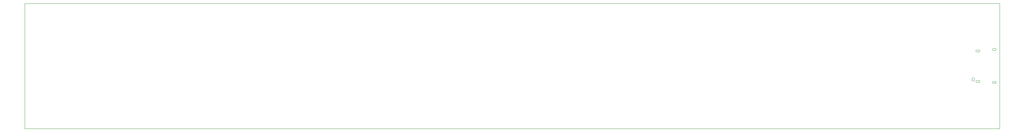
<source format=gbr>
G04 #@! TF.GenerationSoftware,KiCad,Pcbnew,(5.1.4-0-10_14)*
G04 #@! TF.CreationDate,2021-04-14T17:20:28-04:00*
G04 #@! TF.ProjectId,Vindor,56696e64-6f72-42e6-9b69-6361645f7063,rev?*
G04 #@! TF.SameCoordinates,Original*
G04 #@! TF.FileFunction,Profile,NP*
%FSLAX46Y46*%
G04 Gerber Fmt 4.6, Leading zero omitted, Abs format (unit mm)*
G04 Created by KiCad (PCBNEW (5.1.4-0-10_14)) date 2021-04-14 17:20:28*
%MOMM*%
%LPD*%
G04 APERTURE LIST*
%ADD10C,0.120000*%
%ADD11C,0.100000*%
G04 APERTURE END LIST*
D10*
X0Y0D02*
X0Y34000000D01*
X0Y34000000D02*
X264000000Y34000000D01*
X264000000Y0D02*
X264000000Y34000000D01*
X0Y0D02*
X264000000Y0D01*
D11*
X258115120Y21330000D02*
X257815120Y21330000D01*
X257815120Y21330000D02*
G75*
G03X257565120Y21080000I0J-250000D01*
G01*
X257565120Y21080000D02*
G75*
G03X257815120Y20830000I250000J0D01*
G01*
X257815120Y20830000D02*
X258115120Y20830000D01*
X258115120Y20830000D02*
X258415120Y20830000D01*
X258415120Y20830000D02*
G75*
G03X258665120Y21080000I0J250000D01*
G01*
X258665120Y21080000D02*
G75*
G03X258415120Y21330000I-250000J0D01*
G01*
X258415120Y21330000D02*
X258115120Y21330000D01*
X258115120Y13070000D02*
X257815120Y13070000D01*
X257815120Y13070000D02*
G75*
G03X257565120Y12820000I0J-250000D01*
G01*
X257565120Y12820000D02*
G75*
G03X257815120Y12570000I250000J0D01*
G01*
X257815120Y12570000D02*
X258115120Y12570000D01*
X258115120Y12570000D02*
X258415120Y12570000D01*
X258415120Y12570000D02*
G75*
G03X258665120Y12820000I0J250000D01*
G01*
X258665120Y12820000D02*
G75*
G03X258415120Y13070000I-250000J0D01*
G01*
X258415120Y13070000D02*
X258115120Y13070000D01*
X256540120Y13350000D02*
X256540120Y13200000D01*
X256540120Y13200000D02*
G75*
G03X256865120Y12875000I325000J0D01*
G01*
X256865120Y12875000D02*
G75*
G03X257190120Y13200000I0J325000D01*
G01*
X257190120Y13200000D02*
X257190120Y13350000D01*
X257190120Y13350000D02*
X257190120Y13500000D01*
X257190120Y13500000D02*
G75*
G03X256865120Y13825000I-325000J0D01*
G01*
X256865120Y13825000D02*
G75*
G03X256540120Y13500000I0J-325000D01*
G01*
X256540120Y13500000D02*
X256540120Y13350000D01*
X262565120Y21740000D02*
X262265120Y21740000D01*
X262265120Y21740000D02*
G75*
G03X262015120Y21490000I0J-250000D01*
G01*
X262015120Y21490000D02*
G75*
G03X262265120Y21240000I250000J0D01*
G01*
X262265120Y21240000D02*
X262565120Y21240000D01*
X262565120Y21240000D02*
X262865120Y21240000D01*
X262865120Y21240000D02*
G75*
G03X263115120Y21490000I0J250000D01*
G01*
X263115120Y21490000D02*
G75*
G03X262865120Y21740000I-250000J0D01*
G01*
X262865120Y21740000D02*
X262565120Y21740000D01*
X262565120Y12760000D02*
X262265120Y12760000D01*
X262265120Y12760000D02*
G75*
G03X262015120Y12510000I0J-250000D01*
G01*
X262015120Y12510000D02*
G75*
G03X262265120Y12260000I250000J0D01*
G01*
X262265120Y12260000D02*
X262565120Y12260000D01*
X262565120Y12260000D02*
X262865120Y12260000D01*
X262865120Y12260000D02*
G75*
G03X263115120Y12510000I0J250000D01*
G01*
X263115120Y12510000D02*
G75*
G03X262865120Y12760000I-250000J0D01*
G01*
X262865120Y12760000D02*
X262565120Y12760000D01*
M02*

</source>
